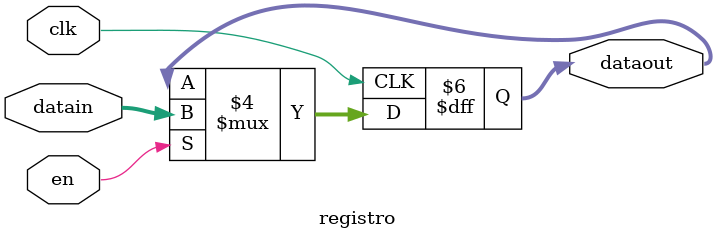
<source format=v>
`timescale 1ns / 1ps
module registro(
    input clk,
    input en,
    input [13:0] datain,
    output reg[13:0] dataout
    );
	 
	 initial dataout = 0;
	 
	 always @(posedge clk)
	 begin
	 
		if(en)
			 dataout = datain;
	 end


endmodule

</source>
